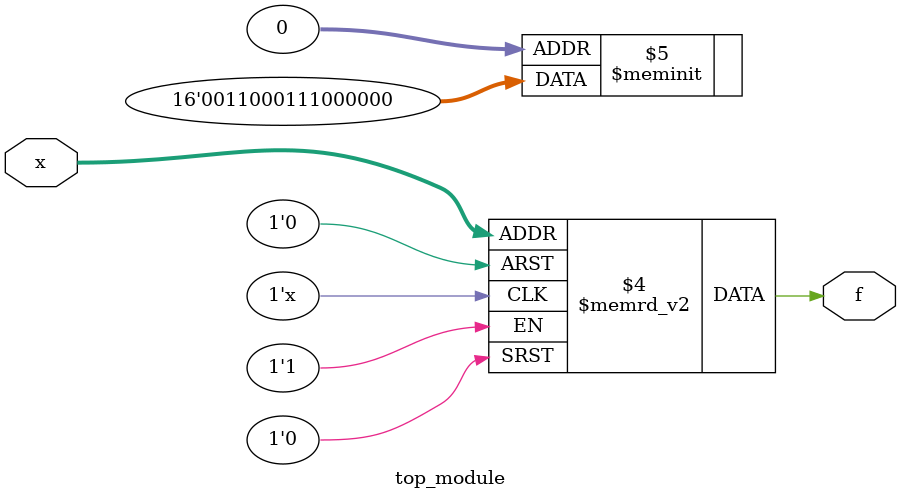
<source format=sv>
module top_module (
    input [4:1] x,
    output logic f
);

always_comb begin
    case ({x[4], x[3], x[2], x[1]})
        4'b0000: f = 1'b0; // don't-care, can choose 0
        4'b0001: f = 1'b0;
        4'b0010: f = 1'b0; // don't-care, can choose 0
        4'b0011: f = 1'b0; // don't-care, can choose 0
        4'b0100: f = 1'b0;
        4'b0101: f = 1'b0; // don't-care, can choose 0
        4'b0110: f = 1'b1;
        4'b0111: f = 1'b1;
        4'b1000: f = 1'b1;
        4'b1001: f = 1'b0; // don't-care, can choose 0
        4'b1010: f = 1'b0; // don't-care, can choose 0
        4'b1011: f = 1'b0; // don't-care, can choose 0
        4'b1100: f = 1'b1;
        4'b1101: f = 1'b1;
        4'b1110: f = 1'b0;
        4'b1111: f = 1'b0; // don't-care, can choose 0
    endcase
end

endmodule

</source>
